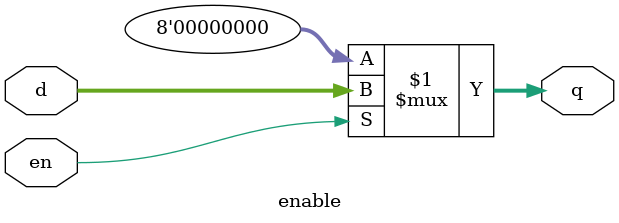
<source format=v>
module enable (
    input  wire [7:0] d,    // input byte
    input  wire       en,   // enable
    output wire [7:0] q     // output byte
);

    assign q = en ? d : 8'b0;

endmodule

</source>
